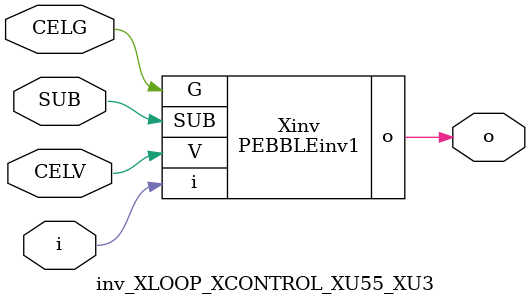
<source format=v>



module PEBBLEinv1 ( o, G, SUB, V, i );

  input V;
  input i;
  input G;
  output o;
  input SUB;
endmodule

//Celera Confidential Do Not Copy inv_XLOOP_XCONTROL_XU55_XU3
//Celera Confidential Symbol Generator
//5V Inverter
module inv_XLOOP_XCONTROL_XU55_XU3 (CELV,CELG,i,o,SUB);
input CELV;
input CELG;
input i;
input SUB;
output o;

//Celera Confidential Do Not Copy inv
PEBBLEinv1 Xinv(
.V (CELV),
.i (i),
.o (o),
.SUB (SUB),
.G (CELG)
);
//,diesize,PEBBLEinv1

//Celera Confidential Do Not Copy Module End
//Celera Schematic Generator
endmodule

</source>
